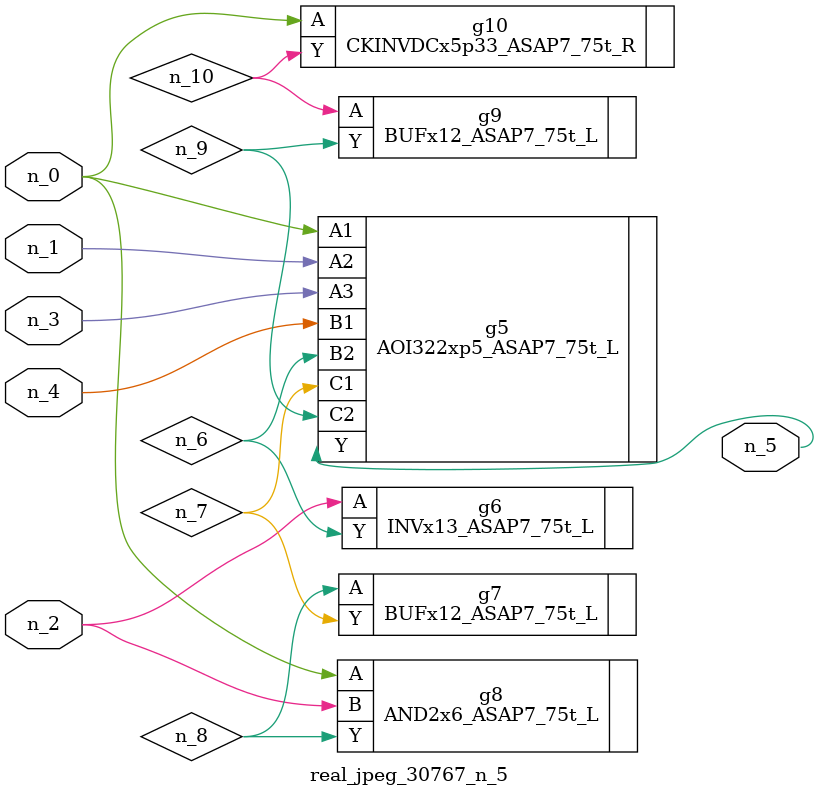
<source format=v>
module real_jpeg_30767_n_5 (n_4, n_0, n_1, n_2, n_3, n_5);

input n_4;
input n_0;
input n_1;
input n_2;
input n_3;

output n_5;

wire n_8;
wire n_6;
wire n_7;
wire n_10;
wire n_9;

AOI322xp5_ASAP7_75t_L g5 ( 
.A1(n_0),
.A2(n_1),
.A3(n_3),
.B1(n_4),
.B2(n_6),
.C1(n_7),
.C2(n_9),
.Y(n_5)
);

AND2x6_ASAP7_75t_L g8 ( 
.A(n_0),
.B(n_2),
.Y(n_8)
);

CKINVDCx5p33_ASAP7_75t_R g10 ( 
.A(n_0),
.Y(n_10)
);

INVx13_ASAP7_75t_L g6 ( 
.A(n_2),
.Y(n_6)
);

BUFx12_ASAP7_75t_L g7 ( 
.A(n_8),
.Y(n_7)
);

BUFx12_ASAP7_75t_L g9 ( 
.A(n_10),
.Y(n_9)
);


endmodule
</source>
